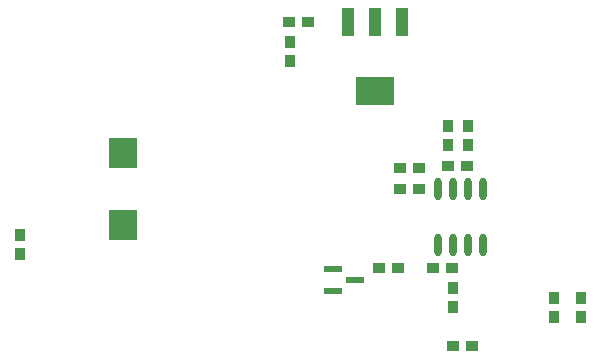
<source format=gtp>
%FSLAX24Y24*%
%MOIN*%
G70*
G01*
G75*
G04 Layer_Color=9021481*
%ADD10R,0.0394X0.0374*%
%ADD11R,0.0374X0.0394*%
%ADD12R,0.1299X0.0945*%
%ADD13R,0.0394X0.0945*%
%ADD14R,0.0965X0.1004*%
%ADD15O,0.0236X0.0748*%
%ADD16R,0.0591X0.0236*%
%ADD17C,0.0450*%
%ADD18C,0.0250*%
%ADD19C,0.0500*%
%ADD20C,0.1000*%
%ADD21C,0.0200*%
%ADD22C,0.0800*%
%ADD23C,0.3937*%
%ADD24R,0.0750X0.0750*%
%ADD25C,0.0748*%
%ADD26C,0.0591*%
%ADD27R,0.0591X0.0591*%
%ADD28C,0.0950*%
%ADD29C,0.1000*%
%ADD30C,0.0500*%
%ADD31C,0.0250*%
%ADD32C,0.0070*%
%ADD33C,0.0098*%
%ADD34C,0.0098*%
%ADD35C,0.0079*%
%ADD36C,0.0150*%
%ADD37C,0.0100*%
D10*
X14109Y23183D02*
D03*
X13479D02*
D03*
X18785Y18400D02*
D03*
X19415D02*
D03*
X18935Y12400D02*
D03*
X19565D02*
D03*
X17185Y18325D02*
D03*
X17815D02*
D03*
X17185Y17625D02*
D03*
X17815D02*
D03*
X16485Y15000D02*
D03*
X17115D02*
D03*
X18915D02*
D03*
X18285D02*
D03*
D11*
X13500Y22515D02*
D03*
Y21885D02*
D03*
X22300Y13985D02*
D03*
Y13355D02*
D03*
X18950Y13685D02*
D03*
Y14315D02*
D03*
X19450Y19715D02*
D03*
Y19085D02*
D03*
X18785Y19715D02*
D03*
Y19085D02*
D03*
X4500Y15469D02*
D03*
Y16099D02*
D03*
X23200Y13355D02*
D03*
Y13985D02*
D03*
D12*
X16330Y20899D02*
D03*
D13*
X15424Y23183D02*
D03*
X16330D02*
D03*
X17236D02*
D03*
D14*
X7950Y18816D02*
D03*
Y16434D02*
D03*
D15*
X18450Y15775D02*
D03*
X18950D02*
D03*
X19450D02*
D03*
X19950D02*
D03*
X18450Y17625D02*
D03*
X18950D02*
D03*
X19450D02*
D03*
X19950D02*
D03*
D16*
X15674Y14600D02*
D03*
X14926Y14226D02*
D03*
Y14974D02*
D03*
M02*

</source>
